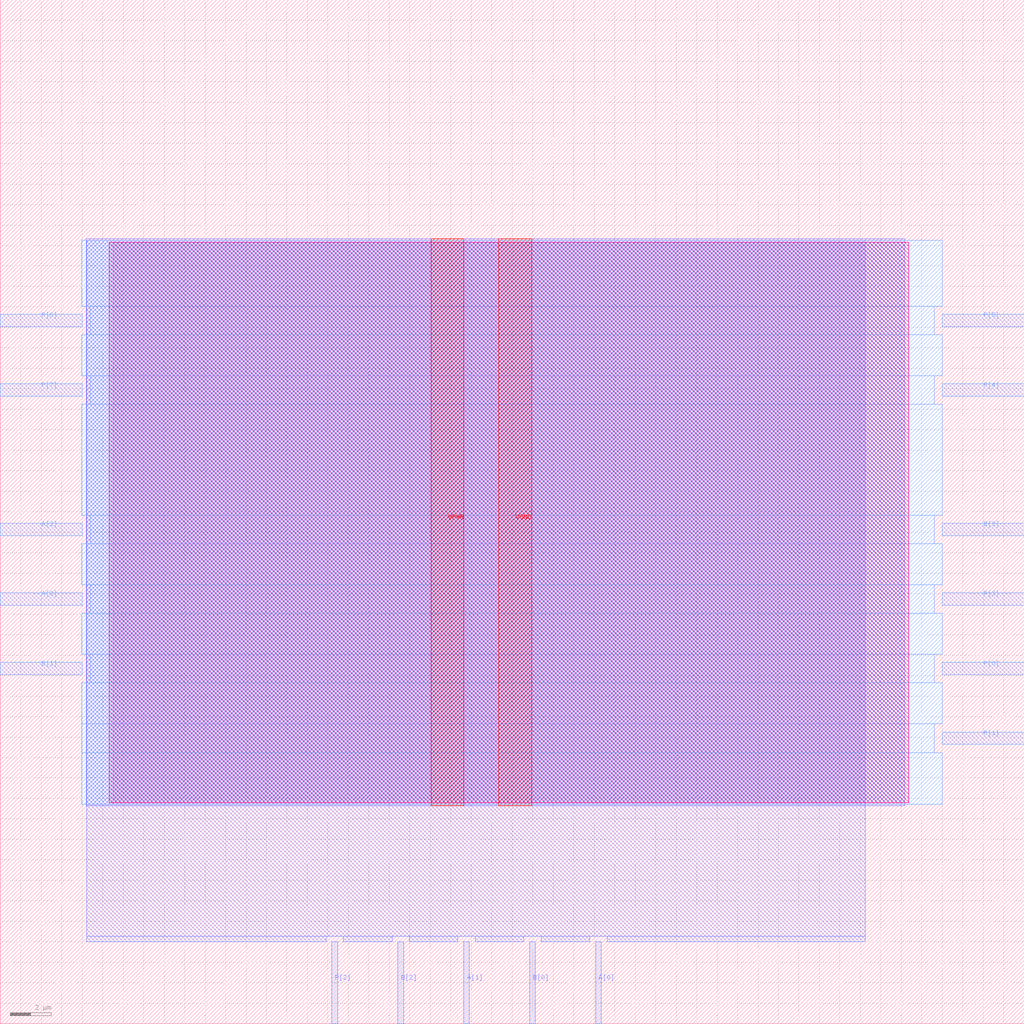
<source format=lef>
VERSION 5.7 ;
  NOWIREEXTENSIONATPIN ON ;
  DIVIDERCHAR "/" ;
  BUSBITCHARS "[]" ;
MACRO mult4_SARSA_RUIDO_e9_SARSA_RUIDO_e9_SarsaNada_e6_SARSA_RUIDO_e9
  CLASS BLOCK ;
  FOREIGN mult4_SARSA_RUIDO_e9_SARSA_RUIDO_e9_SarsaNada_e6_SARSA_RUIDO_e9 ;
  ORIGIN 0.000 0.000 ;
  SIZE 50.000 BY 50.000 ;
  PIN A[0]
    DIRECTION INPUT ;
    USE SIGNAL ;
    ANTENNAGATEAREA 0.126000 ;
    PORT
      LAYER met2 ;
        RECT 29.070 0.000 29.350 4.000 ;
    END
  END A[0]
  PIN A[1]
    DIRECTION INPUT ;
    USE SIGNAL ;
    ANTENNAGATEAREA 0.196500 ;
    PORT
      LAYER met2 ;
        RECT 22.630 0.000 22.910 4.000 ;
    END
  END A[1]
  PIN A[2]
    DIRECTION INPUT ;
    USE SIGNAL ;
    ANTENNAGATEAREA 0.126000 ;
    PORT
      LAYER met3 ;
        RECT 0.000 23.840 4.000 24.440 ;
    END
  END A[2]
  PIN A[3]
    DIRECTION INPUT ;
    USE SIGNAL ;
    ANTENNAGATEAREA 0.213000 ;
    PORT
      LAYER met3 ;
        RECT 0.000 20.440 4.000 21.040 ;
    END
  END A[3]
  PIN B[0]
    DIRECTION INPUT ;
    USE SIGNAL ;
    ANTENNAGATEAREA 0.126000 ;
    PORT
      LAYER met2 ;
        RECT 25.850 0.000 26.130 4.000 ;
    END
  END B[0]
  PIN B[1]
    DIRECTION INPUT ;
    USE SIGNAL ;
    ANTENNAGATEAREA 0.213000 ;
    PORT
      LAYER met3 ;
        RECT 0.000 17.040 4.000 17.640 ;
    END
  END B[1]
  PIN B[2]
    DIRECTION INPUT ;
    USE SIGNAL ;
    ANTENNAGATEAREA 0.196500 ;
    PORT
      LAYER met2 ;
        RECT 19.410 0.000 19.690 4.000 ;
    END
  END B[2]
  PIN B[3]
    DIRECTION INPUT ;
    USE SIGNAL ;
    ANTENNAGATEAREA 0.213000 ;
    PORT
      LAYER met3 ;
        RECT 46.000 23.840 50.000 24.440 ;
    END
  END B[3]
  PIN P[0]
    DIRECTION OUTPUT ;
    USE SIGNAL ;
    ANTENNADIFFAREA 0.445500 ;
    PORT
      LAYER met3 ;
        RECT 46.000 17.040 50.000 17.640 ;
    END
  END P[0]
  PIN P[1]
    DIRECTION OUTPUT ;
    USE SIGNAL ;
    ANTENNADIFFAREA 0.445500 ;
    PORT
      LAYER met3 ;
        RECT 46.000 13.640 50.000 14.240 ;
    END
  END P[1]
  PIN P[2]
    DIRECTION OUTPUT ;
    USE SIGNAL ;
    ANTENNADIFFAREA 0.445500 ;
    PORT
      LAYER met2 ;
        RECT 16.190 0.000 16.470 4.000 ;
    END
  END P[2]
  PIN P[3]
    DIRECTION OUTPUT ;
    USE SIGNAL ;
    ANTENNADIFFAREA 0.445500 ;
    PORT
      LAYER met3 ;
        RECT 46.000 20.440 50.000 21.040 ;
    END
  END P[3]
  PIN P[4]
    DIRECTION OUTPUT ;
    USE SIGNAL ;
    ANTENNADIFFAREA 0.445500 ;
    PORT
      LAYER met3 ;
        RECT 46.000 30.640 50.000 31.240 ;
    END
  END P[4]
  PIN P[5]
    DIRECTION OUTPUT ;
    USE SIGNAL ;
    ANTENNADIFFAREA 0.445500 ;
    PORT
      LAYER met3 ;
        RECT 46.000 34.040 50.000 34.640 ;
    END
  END P[5]
  PIN P[6]
    DIRECTION OUTPUT ;
    USE SIGNAL ;
    ANTENNADIFFAREA 0.445500 ;
    PORT
      LAYER met3 ;
        RECT 0.000 34.040 4.000 34.640 ;
    END
  END P[6]
  PIN P[7]
    DIRECTION OUTPUT ;
    USE SIGNAL ;
    ANTENNADIFFAREA 0.445500 ;
    PORT
      LAYER met3 ;
        RECT 0.000 30.640 4.000 31.240 ;
    END
  END P[7]
  PIN VGND
    DIRECTION INOUT ;
    USE GROUND ;
    PORT
      LAYER met4 ;
        RECT 24.340 10.640 25.940 38.320 ;
    END
  END VGND
  PIN VPWR
    DIRECTION INOUT ;
    USE POWER ;
    PORT
      LAYER met4 ;
        RECT 21.040 10.640 22.640 38.320 ;
    END
  END VPWR
  OBS
      LAYER nwell ;
        RECT 5.330 10.795 44.350 38.165 ;
      LAYER li1 ;
        RECT 5.520 10.795 44.160 38.165 ;
      LAYER met1 ;
        RECT 4.210 10.640 44.160 38.320 ;
      LAYER met2 ;
        RECT 4.230 4.280 42.230 38.265 ;
        RECT 4.230 4.000 15.910 4.280 ;
        RECT 16.750 4.000 19.130 4.280 ;
        RECT 19.970 4.000 22.350 4.280 ;
        RECT 23.190 4.000 25.570 4.280 ;
        RECT 26.410 4.000 28.790 4.280 ;
        RECT 29.630 4.000 42.230 4.280 ;
      LAYER met3 ;
        RECT 3.990 35.040 46.000 38.245 ;
        RECT 4.400 33.640 45.600 35.040 ;
        RECT 3.990 31.640 46.000 33.640 ;
        RECT 4.400 30.240 45.600 31.640 ;
        RECT 3.990 24.840 46.000 30.240 ;
        RECT 4.400 23.440 45.600 24.840 ;
        RECT 3.990 21.440 46.000 23.440 ;
        RECT 4.400 20.040 45.600 21.440 ;
        RECT 3.990 18.040 46.000 20.040 ;
        RECT 4.400 16.640 45.600 18.040 ;
        RECT 3.990 14.640 46.000 16.640 ;
        RECT 3.990 13.240 45.600 14.640 ;
        RECT 3.990 10.715 46.000 13.240 ;
  END
END mult4_SARSA_RUIDO_e9_SARSA_RUIDO_e9_SarsaNada_e6_SARSA_RUIDO_e9
END LIBRARY


</source>
